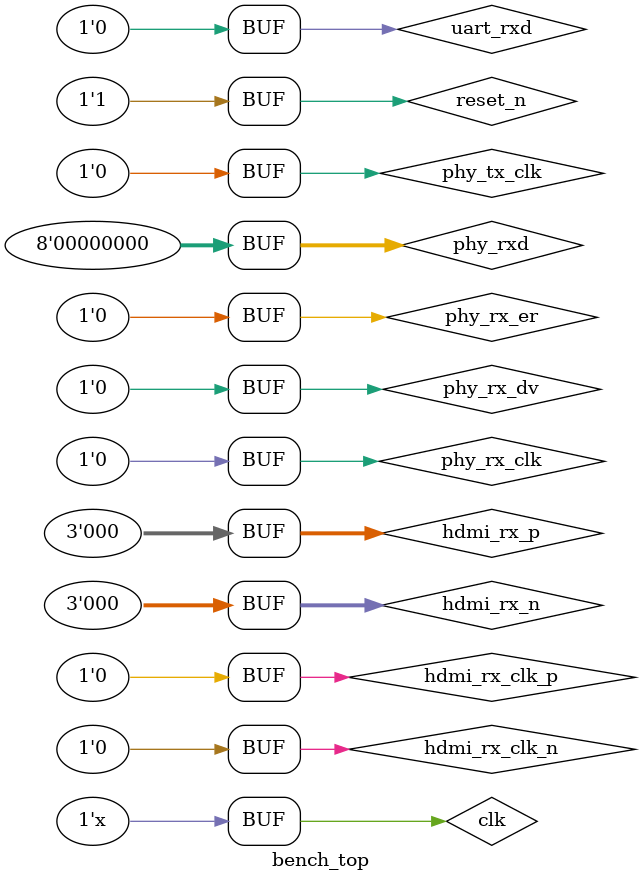
<source format=v>
/*

Copyright (c) 2021 Alex Pahmutov

Permission is hereby granted, free of charge, to any person obtaining a copy
of this software and associated documentation files (the "Software"), to deal
in the Software without restriction, including without limitation the rights
to use, copy, modify, merge, publish, distribute, sublicense, and/or sell
copies of the Software, and to permit persons to whom the Software is
furnished to do so, subject to the following conditions:

The above copyright notice and this permission notice shall be included in
all copies or substantial portions of the Software.

THE SOFTWARE IS PROVIDED "AS IS", WITHOUT WARRANTY OF ANY KIND, EXPRESS OR
IMPLIED, INCLUDING BUT NOT LIMITED TO THE WARRANTIES OF MERCHANTABILITY
FITNESS FOR A PARTICULAR PURPOSE AND NONINFRINGEMENT. IN NO EVENT SHALL THE
AUTHORS OR COPYRIGHT HOLDERS BE LIABLE FOR ANY CLAIM, DAMAGES OR OTHER
LIABILITY, WHETHER IN AN ACTION OF CONTRACT, TORT OR OTHERWISE, ARISING FROM,
OUT OF OR IN CONNECTION WITH THE SOFTWARE OR THE USE OR OTHER DEALINGS IN
THE SOFTWARE.

*/

`timescale 1ns / 1ps

module bench_top;

	// Inputs
reg clk;
reg reset_n;
reg phy_rx_clk;
reg [7:0] phy_rxd;
reg phy_rx_dv;
reg phy_rx_er;
reg phy_tx_clk;
reg uart_rxd;
reg hdmi_rx_clk_p;
reg hdmi_rx_clk_n;
reg [2:0] hdmi_rx_p;
reg [2:0] hdmi_rx_n;

	// Outputs
wire [7:0] led;
wire phy_gtx_clk;
wire [7:0] phy_txd;
wire phy_tx_en;
wire phy_tx_er;
wire phy_reset_n;
wire uart_txd;
wire [12:0] ddr_a;
wire [2:0] ddr_ba;
wire ddr_ras_n;
wire ddr_cas_n;
wire ddr_we_n;
wire ddr_odt;
wire ddr_cke;
wire ddr_dm;
wire ddr_ck;
wire ddr_ck_n;
wire ddr_udm;

	// Bidirs
wire [15:0] ddr_dq;
wire ddr_udqs;
wire ddr_udqs_n;
wire ddr_dqs;
wire ddr_dqs_n;

fpga 
fpga_inst (
	.clk(clk), 
	.reset_n(reset_n), 
	.led(led), 
	.phy_rx_clk(phy_rx_clk), 
	.phy_rxd(phy_rxd), 
	.phy_rx_dv(phy_rx_dv), 
	.phy_rx_er(phy_rx_er), 
	.phy_gtx_clk(phy_gtx_clk), 
	.phy_tx_clk(phy_tx_clk), 
	.phy_txd(phy_txd), 
	.phy_tx_en(phy_tx_en), 
	.phy_tx_er(phy_tx_er), 
	.phy_reset_n(phy_reset_n), 
	.uart_rxd(uart_rxd), 
	.uart_txd(uart_txd), 
	.hdmi_rx_clk_p(hdmi_rx_clk_p), 
	.hdmi_rx_clk_n(hdmi_rx_clk_n), 
	.hdmi_rx_p(hdmi_rx_p), 
	.hdmi_rx_n(hdmi_rx_n), 
	.ddr_dq(ddr_dq), 
	.ddr_a(ddr_a), 
	.ddr_ba(ddr_ba), 
	.ddr_ras_n(ddr_ras_n), 
	.ddr_cas_n(ddr_cas_n), 
	.ddr_we_n(ddr_we_n), 
	.ddr_odt(ddr_odt), 
	.ddr_cke(ddr_cke), 
	.ddr_dm(ddr_dm), 
	.ddr_udqs(ddr_udqs), 
	.ddr_udqs_n(ddr_udqs_n), 
	.ddr_dqs(ddr_dqs), 
	.ddr_dqs_n(ddr_dqs_n), 
	.ddr_ck(ddr_ck), 
	.ddr_ck_n(ddr_ck_n), 
	.ddr_udm(ddr_udm)
);


ddr2
ddr2_inst (
    .ck(ddr_ck),
    .ck_n(ddr_ck_n),
    .cke(ddr_cke),
    .cs_n(1'b0),
    .ras_n(ddr_ras_n),
    .cas_n(ddr_cas_n),
    .we_n(ddr_we_n),
    .dm_rdqs({ddr_udm, ddr_dm}),
    .ba(ddr_ba),
    .addr(ddr_a),
    .dq(ddr_dq),
    .dqs({ddr_udqs, ddr_dqs}),
    .dqs_n({ddr_udqs_n, ddr_dqs_n}),
    .rdqs_n(),
    .odt(ddr_odt)
);

always #5 clk <= !clk;

initial begin
	// Initialize Inputs
	clk = 0;
	reset_n = 0;
	phy_rx_clk = 0;
	phy_rxd = 0;
	phy_rx_dv = 0;
	phy_rx_er = 0;
	phy_tx_clk = 0;
	uart_rxd = 0;
	hdmi_rx_clk_p = 0;
	hdmi_rx_clk_n = 0;
	hdmi_rx_p = 0;
	hdmi_rx_n = 0;

	// Wait 100 ns for global reset to finish
	#100;
	reset_n = 1;

end
      
endmodule


</source>
